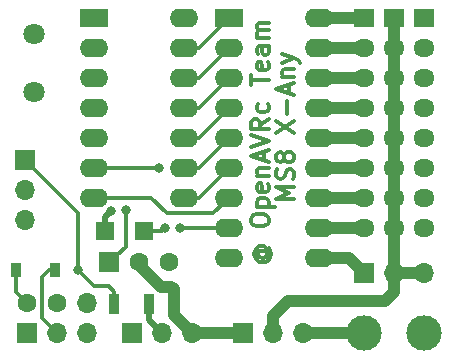
<source format=gbr>
G04 #@! TF.GenerationSoftware,KiCad,Pcbnew,(5.0.2)-1*
G04 #@! TF.CreationDate,2018-12-18T17:12:38+01:00*
G04 #@! TF.ProjectId,MutltiSwitch_Sw8,4d75746c-7469-4537-9769-7463685f5377,0.1*
G04 #@! TF.SameCoordinates,Original*
G04 #@! TF.FileFunction,Copper,L1,Top*
G04 #@! TF.FilePolarity,Positive*
%FSLAX46Y46*%
G04 Gerber Fmt 4.6, Leading zero omitted, Abs format (unit mm)*
G04 Created by KiCad (PCBNEW (5.0.2)-1) date 18/12/2018 17:12:38*
%MOMM*%
%LPD*%
G01*
G04 APERTURE LIST*
G04 #@! TA.AperFunction,NonConductor*
%ADD10C,0.300000*%
G04 #@! TD*
G04 #@! TA.AperFunction,ComponentPad*
%ADD11R,1.800000X1.500000*%
G04 #@! TD*
G04 #@! TA.AperFunction,ComponentPad*
%ADD12O,1.800000X1.500000*%
G04 #@! TD*
G04 #@! TA.AperFunction,ComponentPad*
%ADD13R,2.400000X1.600000*%
G04 #@! TD*
G04 #@! TA.AperFunction,ComponentPad*
%ADD14O,2.400000X1.600000*%
G04 #@! TD*
G04 #@! TA.AperFunction,ComponentPad*
%ADD15C,3.000000*%
G04 #@! TD*
G04 #@! TA.AperFunction,ComponentPad*
%ADD16C,1.800000*%
G04 #@! TD*
G04 #@! TA.AperFunction,SMDPad,CuDef*
%ADD17R,1.500000X1.500000*%
G04 #@! TD*
G04 #@! TA.AperFunction,ComponentPad*
%ADD18R,1.700000X1.700000*%
G04 #@! TD*
G04 #@! TA.AperFunction,ComponentPad*
%ADD19O,1.700000X1.700000*%
G04 #@! TD*
G04 #@! TA.AperFunction,ComponentPad*
%ADD20C,1.600000*%
G04 #@! TD*
G04 #@! TA.AperFunction,SMDPad,CuDef*
%ADD21R,0.900000X1.200000*%
G04 #@! TD*
G04 #@! TA.AperFunction,SMDPad,CuDef*
%ADD22R,0.900000X1.700000*%
G04 #@! TD*
G04 #@! TA.AperFunction,ViaPad*
%ADD23C,0.800000*%
G04 #@! TD*
G04 #@! TA.AperFunction,Conductor*
%ADD24C,0.500000*%
G04 #@! TD*
G04 #@! TA.AperFunction,Conductor*
%ADD25C,0.310000*%
G04 #@! TD*
G04 #@! TA.AperFunction,Conductor*
%ADD26C,1.000000*%
G04 #@! TD*
G04 APERTURE END LIST*
D10*
X158539571Y-106746714D02*
X157039571Y-106746714D01*
X158111000Y-106246714D01*
X157039571Y-105746714D01*
X158539571Y-105746714D01*
X158468142Y-105103857D02*
X158539571Y-104889571D01*
X158539571Y-104532428D01*
X158468142Y-104389571D01*
X158396714Y-104318142D01*
X158253857Y-104246714D01*
X158111000Y-104246714D01*
X157968142Y-104318142D01*
X157896714Y-104389571D01*
X157825285Y-104532428D01*
X157753857Y-104818142D01*
X157682428Y-104961000D01*
X157611000Y-105032428D01*
X157468142Y-105103857D01*
X157325285Y-105103857D01*
X157182428Y-105032428D01*
X157111000Y-104961000D01*
X157039571Y-104818142D01*
X157039571Y-104461000D01*
X157111000Y-104246714D01*
X157682428Y-103389571D02*
X157611000Y-103532428D01*
X157539571Y-103603857D01*
X157396714Y-103675285D01*
X157325285Y-103675285D01*
X157182428Y-103603857D01*
X157111000Y-103532428D01*
X157039571Y-103389571D01*
X157039571Y-103103857D01*
X157111000Y-102961000D01*
X157182428Y-102889571D01*
X157325285Y-102818142D01*
X157396714Y-102818142D01*
X157539571Y-102889571D01*
X157611000Y-102961000D01*
X157682428Y-103103857D01*
X157682428Y-103389571D01*
X157753857Y-103532428D01*
X157825285Y-103603857D01*
X157968142Y-103675285D01*
X158253857Y-103675285D01*
X158396714Y-103603857D01*
X158468142Y-103532428D01*
X158539571Y-103389571D01*
X158539571Y-103103857D01*
X158468142Y-102961000D01*
X158396714Y-102889571D01*
X158253857Y-102818142D01*
X157968142Y-102818142D01*
X157825285Y-102889571D01*
X157753857Y-102961000D01*
X157682428Y-103103857D01*
X157039571Y-101175285D02*
X158539571Y-100175285D01*
X157039571Y-100175285D02*
X158539571Y-101175285D01*
X157968142Y-99603857D02*
X157968142Y-98461000D01*
X158111000Y-97818142D02*
X158111000Y-97103857D01*
X158539571Y-97961000D02*
X157039571Y-97461000D01*
X158539571Y-96961000D01*
X157539571Y-96461000D02*
X158539571Y-96461000D01*
X157682428Y-96461000D02*
X157611000Y-96389571D01*
X157539571Y-96246714D01*
X157539571Y-96032428D01*
X157611000Y-95889571D01*
X157753857Y-95818142D01*
X158539571Y-95818142D01*
X157539571Y-95246714D02*
X158539571Y-94889571D01*
X157539571Y-94532428D02*
X158539571Y-94889571D01*
X158896714Y-95032428D01*
X158968142Y-95103857D01*
X159039571Y-95246714D01*
X155666285Y-111159571D02*
X155594857Y-111231000D01*
X155523428Y-111373857D01*
X155523428Y-111516714D01*
X155594857Y-111659571D01*
X155666285Y-111731000D01*
X155809142Y-111802428D01*
X155952000Y-111802428D01*
X156094857Y-111731000D01*
X156166285Y-111659571D01*
X156237714Y-111516714D01*
X156237714Y-111373857D01*
X156166285Y-111231000D01*
X156094857Y-111159571D01*
X155523428Y-111159571D02*
X156094857Y-111159571D01*
X156166285Y-111088142D01*
X156166285Y-111016714D01*
X156094857Y-110873857D01*
X155952000Y-110802428D01*
X155594857Y-110802428D01*
X155380571Y-110945285D01*
X155237714Y-111159571D01*
X155166285Y-111445285D01*
X155237714Y-111731000D01*
X155380571Y-111945285D01*
X155594857Y-112088142D01*
X155880571Y-112159571D01*
X156166285Y-112088142D01*
X156380571Y-111945285D01*
X156523428Y-111731000D01*
X156594857Y-111445285D01*
X156523428Y-111159571D01*
X156380571Y-110945285D01*
X154880571Y-108731000D02*
X154880571Y-108445285D01*
X154952000Y-108302428D01*
X155094857Y-108159571D01*
X155380571Y-108088142D01*
X155880571Y-108088142D01*
X156166285Y-108159571D01*
X156309142Y-108302428D01*
X156380571Y-108445285D01*
X156380571Y-108731000D01*
X156309142Y-108873857D01*
X156166285Y-109016714D01*
X155880571Y-109088142D01*
X155380571Y-109088142D01*
X155094857Y-109016714D01*
X154952000Y-108873857D01*
X154880571Y-108731000D01*
X155380571Y-107445285D02*
X156880571Y-107445285D01*
X155452000Y-107445285D02*
X155380571Y-107302428D01*
X155380571Y-107016714D01*
X155452000Y-106873857D01*
X155523428Y-106802428D01*
X155666285Y-106731000D01*
X156094857Y-106731000D01*
X156237714Y-106802428D01*
X156309142Y-106873857D01*
X156380571Y-107016714D01*
X156380571Y-107302428D01*
X156309142Y-107445285D01*
X156309142Y-105516714D02*
X156380571Y-105659571D01*
X156380571Y-105945285D01*
X156309142Y-106088142D01*
X156166285Y-106159571D01*
X155594857Y-106159571D01*
X155452000Y-106088142D01*
X155380571Y-105945285D01*
X155380571Y-105659571D01*
X155452000Y-105516714D01*
X155594857Y-105445285D01*
X155737714Y-105445285D01*
X155880571Y-106159571D01*
X155380571Y-104802428D02*
X156380571Y-104802428D01*
X155523428Y-104802428D02*
X155452000Y-104731000D01*
X155380571Y-104588142D01*
X155380571Y-104373857D01*
X155452000Y-104231000D01*
X155594857Y-104159571D01*
X156380571Y-104159571D01*
X155952000Y-103516714D02*
X155952000Y-102802428D01*
X156380571Y-103659571D02*
X154880571Y-103159571D01*
X156380571Y-102659571D01*
X154880571Y-102373857D02*
X156380571Y-101873857D01*
X154880571Y-101373857D01*
X156380571Y-100016714D02*
X155666285Y-100516714D01*
X156380571Y-100873857D02*
X154880571Y-100873857D01*
X154880571Y-100302428D01*
X154952000Y-100159571D01*
X155023428Y-100088142D01*
X155166285Y-100016714D01*
X155380571Y-100016714D01*
X155523428Y-100088142D01*
X155594857Y-100159571D01*
X155666285Y-100302428D01*
X155666285Y-100873857D01*
X156309142Y-98731000D02*
X156380571Y-98873857D01*
X156380571Y-99159571D01*
X156309142Y-99302428D01*
X156237714Y-99373857D01*
X156094857Y-99445285D01*
X155666285Y-99445285D01*
X155523428Y-99373857D01*
X155452000Y-99302428D01*
X155380571Y-99159571D01*
X155380571Y-98873857D01*
X155452000Y-98731000D01*
X154880571Y-97159571D02*
X154880571Y-96302428D01*
X156380571Y-96731000D02*
X154880571Y-96731000D01*
X156309142Y-95231000D02*
X156380571Y-95373857D01*
X156380571Y-95659571D01*
X156309142Y-95802428D01*
X156166285Y-95873857D01*
X155594857Y-95873857D01*
X155452000Y-95802428D01*
X155380571Y-95659571D01*
X155380571Y-95373857D01*
X155452000Y-95231000D01*
X155594857Y-95159571D01*
X155737714Y-95159571D01*
X155880571Y-95873857D01*
X156380571Y-93873857D02*
X155594857Y-93873857D01*
X155452000Y-93945285D01*
X155380571Y-94088142D01*
X155380571Y-94373857D01*
X155452000Y-94516714D01*
X156309142Y-93873857D02*
X156380571Y-94016714D01*
X156380571Y-94373857D01*
X156309142Y-94516714D01*
X156166285Y-94588142D01*
X156023428Y-94588142D01*
X155880571Y-94516714D01*
X155809142Y-94373857D01*
X155809142Y-94016714D01*
X155737714Y-93873857D01*
X156380571Y-93159571D02*
X155380571Y-93159571D01*
X155523428Y-93159571D02*
X155452000Y-93088142D01*
X155380571Y-92945285D01*
X155380571Y-92731000D01*
X155452000Y-92588142D01*
X155594857Y-92516714D01*
X156380571Y-92516714D01*
X155594857Y-92516714D02*
X155452000Y-92445285D01*
X155380571Y-92302428D01*
X155380571Y-92088142D01*
X155452000Y-91945285D01*
X155594857Y-91873857D01*
X156380571Y-91873857D01*
D11*
G04 #@! TO.P,P10,1*
G04 #@! TO.N,GND*
X169545000Y-91440000D03*
D12*
G04 #@! TO.P,P10,2*
X169545000Y-93980000D03*
G04 #@! TO.P,P10,3*
X169545000Y-96520000D03*
G04 #@! TO.P,P10,4*
X169545000Y-99060000D03*
G04 #@! TO.P,P10,5*
X169545000Y-101600000D03*
G04 #@! TO.P,P10,6*
X169545000Y-104140000D03*
G04 #@! TO.P,P10,7*
X169545000Y-106680000D03*
G04 #@! TO.P,P10,8*
X169545000Y-109220000D03*
G04 #@! TD*
D11*
G04 #@! TO.P,P7,1*
G04 #@! TO.N,Net-(P4-Pad2)*
X167005000Y-91440000D03*
D12*
G04 #@! TO.P,P7,2*
X167005000Y-93980000D03*
G04 #@! TO.P,P7,3*
X167005000Y-96520000D03*
G04 #@! TO.P,P7,4*
X167005000Y-99060000D03*
G04 #@! TO.P,P7,5*
X167005000Y-101600000D03*
G04 #@! TO.P,P7,6*
X167005000Y-104140000D03*
G04 #@! TO.P,P7,7*
X167005000Y-106680000D03*
G04 #@! TO.P,P7,8*
X167005000Y-109220000D03*
G04 #@! TD*
D13*
G04 #@! TO.P,IC1,1*
G04 #@! TO.N,+5V*
X141605000Y-91440000D03*
D14*
G04 #@! TO.P,IC1,8*
G04 #@! TO.N,Net-(IC1-Pad8)*
X149225000Y-106680000D03*
G04 #@! TO.P,IC1,2*
G04 #@! TO.N,Net-(C3-Pad1)*
X141605000Y-93980000D03*
G04 #@! TO.P,IC1,9*
G04 #@! TO.N,Net-(IC1-Pad9)*
X149225000Y-104140000D03*
G04 #@! TO.P,IC1,3*
G04 #@! TO.N,Net-(C2-Pad1)*
X141605000Y-96520000D03*
G04 #@! TO.P,IC1,10*
G04 #@! TO.N,Net-(IC1-Pad10)*
X149225000Y-101600000D03*
G04 #@! TO.P,IC1,4*
G04 #@! TO.N,Net-(IC1-Pad4)*
X141605000Y-99060000D03*
G04 #@! TO.P,IC1,11*
G04 #@! TO.N,Net-(IC1-Pad11)*
X149225000Y-99060000D03*
G04 #@! TO.P,IC1,5*
G04 #@! TO.N,Net-(IC1-Pad5)*
X141605000Y-101600000D03*
G04 #@! TO.P,IC1,12*
G04 #@! TO.N,Net-(IC1-Pad12)*
X149225000Y-96520000D03*
G04 #@! TO.P,IC1,6*
G04 #@! TO.N,Net-(IC1-Pad6)*
X141605000Y-104140000D03*
G04 #@! TO.P,IC1,13*
G04 #@! TO.N,Net-(IC1-Pad13)*
X149225000Y-93980000D03*
G04 #@! TO.P,IC1,7*
G04 #@! TO.N,Net-(IC1-Pad7)*
X141605000Y-106680000D03*
G04 #@! TO.P,IC1,14*
G04 #@! TO.N,GND*
X149225000Y-91440000D03*
G04 #@! TD*
D15*
G04 #@! TO.P,P6,2*
G04 #@! TO.N,+12C*
X164465000Y-118110000D03*
G04 #@! TO.P,P6,1*
G04 #@! TO.N,GND*
X169545000Y-118110000D03*
G04 #@! TD*
D11*
G04 #@! TO.P,P5,1*
G04 #@! TO.N,Net-(IC2-Pad18)*
X164465000Y-91440000D03*
D12*
G04 #@! TO.P,P5,2*
G04 #@! TO.N,Net-(IC2-Pad17)*
X164465000Y-93980000D03*
G04 #@! TO.P,P5,3*
G04 #@! TO.N,Net-(IC2-Pad16)*
X164465000Y-96520000D03*
G04 #@! TO.P,P5,4*
G04 #@! TO.N,Net-(IC2-Pad15)*
X164465000Y-99060000D03*
G04 #@! TO.P,P5,5*
G04 #@! TO.N,Net-(IC2-Pad14)*
X164465000Y-101600000D03*
G04 #@! TO.P,P5,6*
G04 #@! TO.N,Net-(IC2-Pad13)*
X164465000Y-104140000D03*
G04 #@! TO.P,P5,7*
G04 #@! TO.N,Net-(IC2-Pad12)*
X164465000Y-106680000D03*
G04 #@! TO.P,P5,8*
G04 #@! TO.N,Net-(IC2-Pad11)*
X164465000Y-109220000D03*
G04 #@! TD*
D16*
G04 #@! TO.P,X1,1*
G04 #@! TO.N,Net-(C3-Pad1)*
X136525000Y-92810000D03*
G04 #@! TO.P,X1,2*
G04 #@! TO.N,Net-(C2-Pad1)*
X136525000Y-97690000D03*
G04 #@! TD*
D17*
G04 #@! TO.P,D1,2*
G04 #@! TO.N,GND*
X142495000Y-109474000D03*
G04 #@! TO.P,D1,1*
G04 #@! TO.N,Net-(D1-Pad1)*
X145795000Y-109474000D03*
G04 #@! TD*
D13*
G04 #@! TO.P,IC2,1*
G04 #@! TO.N,Net-(IC1-Pad13)*
X153035000Y-91440000D03*
D14*
G04 #@! TO.P,IC2,10*
G04 #@! TO.N,Net-(IC2-Pad10)*
X160655000Y-111760000D03*
G04 #@! TO.P,IC2,2*
G04 #@! TO.N,Net-(IC1-Pad12)*
X153035000Y-93980000D03*
G04 #@! TO.P,IC2,11*
G04 #@! TO.N,Net-(IC2-Pad11)*
X160655000Y-109220000D03*
G04 #@! TO.P,IC2,3*
G04 #@! TO.N,Net-(IC1-Pad11)*
X153035000Y-96520000D03*
G04 #@! TO.P,IC2,12*
G04 #@! TO.N,Net-(IC2-Pad12)*
X160655000Y-106680000D03*
G04 #@! TO.P,IC2,4*
G04 #@! TO.N,Net-(IC1-Pad10)*
X153035000Y-99060000D03*
G04 #@! TO.P,IC2,13*
G04 #@! TO.N,Net-(IC2-Pad13)*
X160655000Y-104140000D03*
G04 #@! TO.P,IC2,5*
G04 #@! TO.N,Net-(IC1-Pad9)*
X153035000Y-101600000D03*
G04 #@! TO.P,IC2,14*
G04 #@! TO.N,Net-(IC2-Pad14)*
X160655000Y-101600000D03*
G04 #@! TO.P,IC2,6*
G04 #@! TO.N,Net-(IC1-Pad8)*
X153035000Y-104140000D03*
G04 #@! TO.P,IC2,15*
G04 #@! TO.N,Net-(IC2-Pad15)*
X160655000Y-99060000D03*
G04 #@! TO.P,IC2,7*
G04 #@! TO.N,Net-(IC1-Pad7)*
X153035000Y-106680000D03*
G04 #@! TO.P,IC2,16*
G04 #@! TO.N,Net-(IC2-Pad16)*
X160655000Y-96520000D03*
G04 #@! TO.P,IC2,8*
G04 #@! TO.N,Net-(IC1-Pad6)*
X153035000Y-109220000D03*
G04 #@! TO.P,IC2,17*
G04 #@! TO.N,Net-(IC2-Pad17)*
X160655000Y-93980000D03*
G04 #@! TO.P,IC2,9*
G04 #@! TO.N,GND*
X153035000Y-111760000D03*
G04 #@! TO.P,IC2,18*
G04 #@! TO.N,Net-(IC2-Pad18)*
X160655000Y-91440000D03*
G04 #@! TD*
D18*
G04 #@! TO.P,P1,1*
G04 #@! TO.N,+5V*
X144780000Y-118110000D03*
D19*
G04 #@! TO.P,P1,2*
X147320000Y-118110000D03*
G04 #@! TO.P,P1,3*
G04 #@! TO.N,+VRx*
X149860000Y-118110000D03*
G04 #@! TD*
D18*
G04 #@! TO.P,P2,1*
G04 #@! TO.N,Net-(P2-Pad1)*
X135763000Y-103505000D03*
D19*
G04 #@! TO.P,P2,2*
G04 #@! TO.N,+VRx*
X135763000Y-106045000D03*
G04 #@! TO.P,P2,3*
G04 #@! TO.N,GND*
X135763000Y-108585000D03*
G04 #@! TD*
D18*
G04 #@! TO.P,P3,1*
G04 #@! TO.N,Net-(IC1-Pad4)*
X142875000Y-112141000D03*
D20*
G04 #@! TO.P,P3,2*
G04 #@! TO.N,+VRx*
X145415000Y-112141000D03*
G04 #@! TO.P,P3,3*
G04 #@! TO.N,GND*
X147955000Y-112141000D03*
G04 #@! TD*
D18*
G04 #@! TO.P,P4,1*
G04 #@! TO.N,Net-(IC2-Pad10)*
X164465000Y-113030000D03*
D19*
G04 #@! TO.P,P4,2*
G04 #@! TO.N,Net-(P4-Pad2)*
X167005000Y-113030000D03*
G04 #@! TO.P,P4,3*
X169545000Y-113030000D03*
G04 #@! TD*
D21*
G04 #@! TO.P,D3,1*
G04 #@! TO.N,Net-(D3-Pad1)*
X135002000Y-112776000D03*
G04 #@! TO.P,D3,2*
G04 #@! TO.N,Net-(D3-Pad2)*
X138302000Y-112776000D03*
G04 #@! TD*
D18*
G04 #@! TO.P,P8,1*
G04 #@! TO.N,+VRx*
X154178000Y-118110000D03*
D19*
G04 #@! TO.P,P8,2*
G04 #@! TO.N,Net-(P4-Pad2)*
X156718000Y-118110000D03*
G04 #@! TO.P,P8,3*
G04 #@! TO.N,+12C*
X159258000Y-118110000D03*
G04 #@! TD*
D22*
G04 #@! TO.P,R4,1*
G04 #@! TO.N,+5V*
X146230000Y-115697000D03*
G04 #@! TO.P,R4,2*
G04 #@! TO.N,Net-(P2-Pad1)*
X143330000Y-115697000D03*
G04 #@! TD*
D18*
G04 #@! TO.P,P9,1*
G04 #@! TO.N,N/C*
X135890000Y-118110000D03*
D20*
G04 #@! TO.P,P9,2*
G04 #@! TO.N,Net-(D3-Pad1)*
X135890000Y-115570000D03*
D19*
G04 #@! TO.P,P9,3*
G04 #@! TO.N,Net-(D3-Pad2)*
X138430000Y-118110000D03*
D20*
G04 #@! TO.P,P9,4*
G04 #@! TO.N,+5V*
X138430000Y-115570000D03*
D19*
G04 #@! TO.P,P9,5*
G04 #@! TO.N,N/C*
X140970000Y-118110000D03*
G04 #@! TO.P,P9,6*
G04 #@! TO.N,GND*
X140970000Y-115570000D03*
G04 #@! TD*
D23*
G04 #@! TO.N,GND*
X143002000Y-107823000D03*
G04 #@! TO.N,Net-(IC1-Pad4)*
X144272000Y-107696000D03*
G04 #@! TO.N,Net-(IC1-Pad6)*
X148844000Y-109220000D03*
X147066000Y-104140000D03*
G04 #@! TO.N,Net-(P2-Pad1)*
X140208000Y-112776000D03*
G04 #@! TO.N,Net-(D1-Pad1)*
X147574000Y-109220000D03*
G04 #@! TD*
D24*
G04 #@! TO.N,GND*
X142495000Y-109474000D02*
X142495000Y-108330000D01*
X142495000Y-108330000D02*
X143002000Y-107823000D01*
G04 #@! TO.N,+5V*
X146230000Y-115697000D02*
X146230000Y-117020000D01*
X146230000Y-117020000D02*
X147320000Y-118110000D01*
D25*
G04 #@! TO.N,Net-(IC1-Pad8)*
X149225000Y-106680000D02*
X150495000Y-106680000D01*
X150495000Y-106680000D02*
X153035000Y-104140000D01*
G04 #@! TO.N,Net-(IC1-Pad9)*
X149225000Y-104140000D02*
X150495000Y-104140000D01*
X150495000Y-104140000D02*
X153035000Y-101600000D01*
G04 #@! TO.N,Net-(IC1-Pad10)*
X149225000Y-101600000D02*
X150495000Y-101600000D01*
X150495000Y-101600000D02*
X153035000Y-99060000D01*
G04 #@! TO.N,Net-(IC1-Pad4)*
X144272000Y-110871000D02*
X142875000Y-112141000D01*
X144272000Y-107696000D02*
X144272000Y-110871000D01*
G04 #@! TO.N,Net-(IC1-Pad11)*
X149225000Y-99060000D02*
X150495000Y-99060000D01*
X150495000Y-99060000D02*
X153035000Y-96520000D01*
G04 #@! TO.N,Net-(IC1-Pad12)*
X149225000Y-96520000D02*
X150495000Y-96520000D01*
X150495000Y-96520000D02*
X153035000Y-93980000D01*
G04 #@! TO.N,Net-(IC1-Pad6)*
X141605000Y-104140000D02*
X147066000Y-104140000D01*
X148844000Y-109220000D02*
X153035000Y-109220000D01*
G04 #@! TO.N,Net-(IC1-Pad13)*
X149225000Y-93980000D02*
X150495000Y-93980000D01*
X150495000Y-93980000D02*
X153035000Y-91440000D01*
G04 #@! TO.N,Net-(IC1-Pad7)*
X141605000Y-106680000D02*
X146431000Y-106680000D01*
X146431000Y-106680000D02*
X147764500Y-108013500D01*
X151701500Y-108013500D02*
X147764500Y-108013500D01*
X151701500Y-108013500D02*
X153035000Y-106680000D01*
D26*
G04 #@! TO.N,Net-(IC2-Pad10)*
X160655000Y-111760000D02*
X163195000Y-111760000D01*
X163195000Y-111760000D02*
X164465000Y-113030000D01*
G04 #@! TO.N,Net-(IC2-Pad11)*
X164465000Y-109220000D02*
X160655000Y-109220000D01*
G04 #@! TO.N,Net-(IC2-Pad12)*
X164465000Y-106680000D02*
X160655000Y-106680000D01*
G04 #@! TO.N,Net-(IC2-Pad13)*
X164465000Y-104140000D02*
X160655000Y-104140000D01*
G04 #@! TO.N,Net-(IC2-Pad14)*
X164465000Y-101600000D02*
X160655000Y-101600000D01*
G04 #@! TO.N,Net-(IC2-Pad15)*
X164465000Y-99060000D02*
X160655000Y-99060000D01*
G04 #@! TO.N,Net-(IC2-Pad16)*
X164465000Y-96520000D02*
X160655000Y-96520000D01*
G04 #@! TO.N,Net-(IC2-Pad17)*
X160655000Y-93980000D02*
X164465000Y-93980000D01*
G04 #@! TO.N,Net-(IC2-Pad18)*
X160655000Y-91440000D02*
X164465000Y-91440000D01*
D25*
G04 #@! TO.N,Net-(P2-Pad1)*
X142113000Y-114173000D02*
X141605000Y-114173000D01*
X141605000Y-114173000D02*
X140208000Y-112776000D01*
X143330000Y-114628000D02*
X143330000Y-115697000D01*
X142875000Y-114173000D02*
X143330000Y-114628000D01*
X142113000Y-114173000D02*
X142875000Y-114173000D01*
X140208000Y-112776000D02*
X140208000Y-107950000D01*
X140208000Y-107950000D02*
X135763000Y-103505000D01*
X143330000Y-115697000D02*
X143002000Y-115697000D01*
D26*
G04 #@! TO.N,Net-(P4-Pad2)*
X167005000Y-113030000D02*
X167005000Y-109220000D01*
X167005000Y-113030000D02*
X169545000Y-113030000D01*
X156718000Y-118110000D02*
X156718000Y-116713000D01*
X167005000Y-114681000D02*
X167005000Y-113030000D01*
X166243000Y-115443000D02*
X167005000Y-114681000D01*
X157988000Y-115443000D02*
X166243000Y-115443000D01*
X156718000Y-116713000D02*
X157988000Y-115443000D01*
X167005000Y-93980000D02*
X167005000Y-91440000D01*
X167005000Y-96520000D02*
X167005000Y-93980000D01*
X167005000Y-99060000D02*
X167005000Y-96520000D01*
X167005000Y-101600000D02*
X167005000Y-99060000D01*
X167005000Y-104140000D02*
X167005000Y-101600000D01*
X167005000Y-106680000D02*
X167005000Y-104140000D01*
X167005000Y-109220000D02*
X167005000Y-106680000D01*
G04 #@! TO.N,+VRx*
X147256500Y-114236500D02*
X148145500Y-114236500D01*
X148336000Y-114427000D02*
X148336000Y-115062000D01*
X148145500Y-114236500D02*
X148336000Y-114427000D01*
X147256500Y-114236500D02*
X145415000Y-112395000D01*
X145415000Y-112395000D02*
X145415000Y-112141000D01*
X148336000Y-116586000D02*
X148336000Y-115062000D01*
X148336000Y-116586000D02*
X149860000Y-118110000D01*
X154178000Y-118110000D02*
X149860000Y-118110000D01*
D25*
G04 #@! TO.N,Net-(D3-Pad1)*
X135002000Y-112776000D02*
X135002000Y-114682000D01*
X135002000Y-114682000D02*
X135890000Y-115570000D01*
G04 #@! TO.N,Net-(D3-Pad2)*
X137160000Y-114554000D02*
X137160000Y-116840000D01*
X137795000Y-112776000D02*
X137160000Y-113411000D01*
X137160000Y-113411000D02*
X137160000Y-114554000D01*
X138302000Y-112776000D02*
X137795000Y-112776000D01*
X137160000Y-116840000D02*
X138430000Y-118110000D01*
D26*
G04 #@! TO.N,+12C*
X159258000Y-118110000D02*
X164465000Y-118110000D01*
D25*
G04 #@! TO.N,Net-(D1-Pad1)*
X145795000Y-109474000D02*
X147320000Y-109474000D01*
X147320000Y-109474000D02*
X147574000Y-109220000D01*
G04 #@! TD*
M02*

</source>
